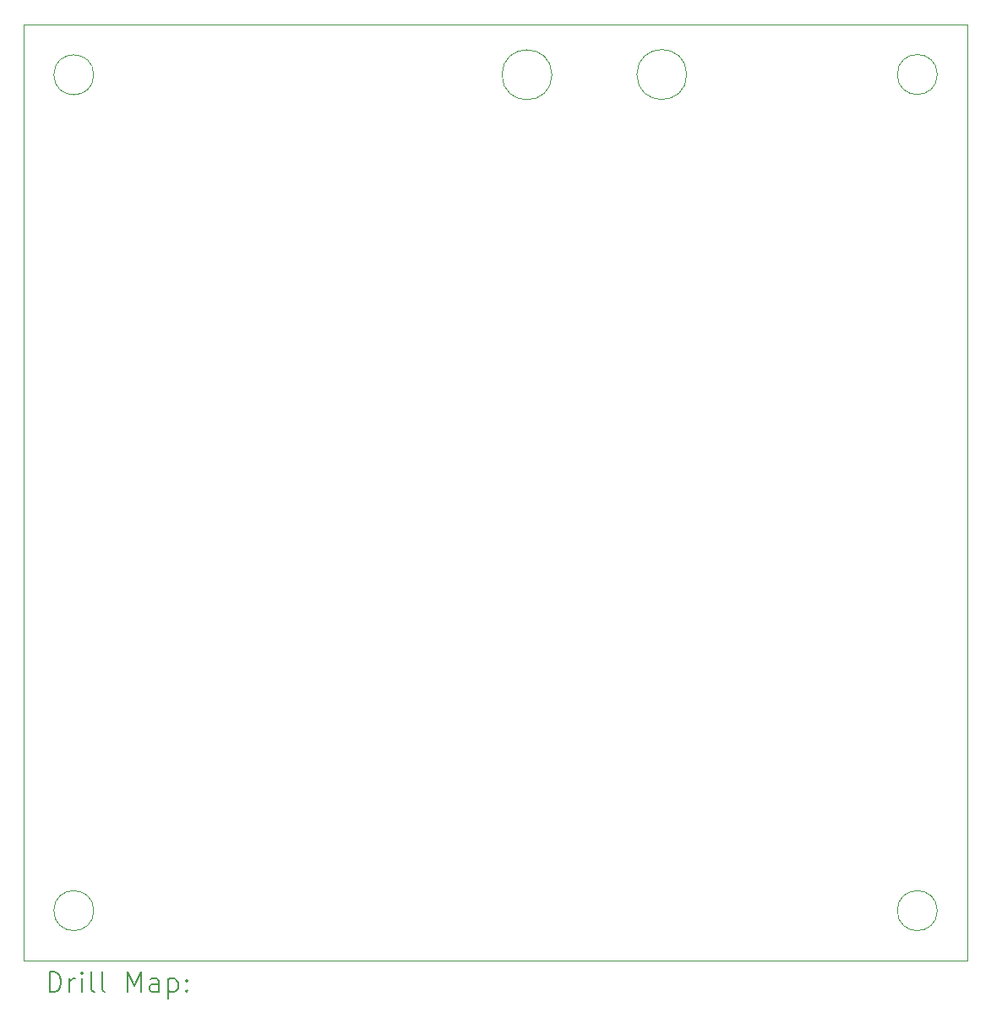
<source format=gbr>
%TF.GenerationSoftware,KiCad,Pcbnew,9.0.4*%
%TF.CreationDate,2025-09-25T22:35:42-06:00*%
%TF.ProjectId,Teensy_Controler,5465656e-7379-45f4-936f-6e74726f6c65,rev?*%
%TF.SameCoordinates,Original*%
%TF.FileFunction,Drillmap*%
%TF.FilePolarity,Positive*%
%FSLAX45Y45*%
G04 Gerber Fmt 4.5, Leading zero omitted, Abs format (unit mm)*
G04 Created by KiCad (PCBNEW 9.0.4) date 2025-09-25 22:35:42*
%MOMM*%
%LPD*%
G01*
G04 APERTURE LIST*
%ADD10C,0.050000*%
%ADD11C,0.200000*%
G04 APERTURE END LIST*
D10*
X15197900Y-4434840D02*
G75*
G02*
X14697900Y-4434840I-250000J0D01*
G01*
X14697900Y-4434840D02*
G75*
G02*
X15197900Y-4434840I250000J0D01*
G01*
X9255100Y-4437380D02*
G75*
G02*
X8855100Y-4437380I-200000J0D01*
G01*
X8855100Y-4437380D02*
G75*
G02*
X9255100Y-4437380I200000J0D01*
G01*
X17708220Y-12806680D02*
G75*
G02*
X17308220Y-12806680I-200000J0D01*
G01*
X17308220Y-12806680D02*
G75*
G02*
X17708220Y-12806680I200000J0D01*
G01*
X9255100Y-12806680D02*
G75*
G02*
X8855100Y-12806680I-200000J0D01*
G01*
X8855100Y-12806680D02*
G75*
G02*
X9255100Y-12806680I200000J0D01*
G01*
X8554720Y-3937000D02*
X18008600Y-3937000D01*
X18008600Y-13307060D01*
X8554720Y-13307060D01*
X8554720Y-3937000D01*
X13846620Y-4437380D02*
G75*
G02*
X13346620Y-4437380I-250000J0D01*
G01*
X13346620Y-4437380D02*
G75*
G02*
X13846620Y-4437380I250000J0D01*
G01*
X17708220Y-4434840D02*
G75*
G02*
X17308220Y-4434840I-200000J0D01*
G01*
X17308220Y-4434840D02*
G75*
G02*
X17708220Y-4434840I200000J0D01*
G01*
D11*
X8812997Y-13621044D02*
X8812997Y-13421044D01*
X8812997Y-13421044D02*
X8860616Y-13421044D01*
X8860616Y-13421044D02*
X8889187Y-13430568D01*
X8889187Y-13430568D02*
X8908235Y-13449615D01*
X8908235Y-13449615D02*
X8917759Y-13468663D01*
X8917759Y-13468663D02*
X8927283Y-13506758D01*
X8927283Y-13506758D02*
X8927283Y-13535329D01*
X8927283Y-13535329D02*
X8917759Y-13573425D01*
X8917759Y-13573425D02*
X8908235Y-13592472D01*
X8908235Y-13592472D02*
X8889187Y-13611520D01*
X8889187Y-13611520D02*
X8860616Y-13621044D01*
X8860616Y-13621044D02*
X8812997Y-13621044D01*
X9012997Y-13621044D02*
X9012997Y-13487710D01*
X9012997Y-13525806D02*
X9022521Y-13506758D01*
X9022521Y-13506758D02*
X9032044Y-13497234D01*
X9032044Y-13497234D02*
X9051092Y-13487710D01*
X9051092Y-13487710D02*
X9070140Y-13487710D01*
X9136806Y-13621044D02*
X9136806Y-13487710D01*
X9136806Y-13421044D02*
X9127283Y-13430568D01*
X9127283Y-13430568D02*
X9136806Y-13440091D01*
X9136806Y-13440091D02*
X9146330Y-13430568D01*
X9146330Y-13430568D02*
X9136806Y-13421044D01*
X9136806Y-13421044D02*
X9136806Y-13440091D01*
X9260616Y-13621044D02*
X9241568Y-13611520D01*
X9241568Y-13611520D02*
X9232044Y-13592472D01*
X9232044Y-13592472D02*
X9232044Y-13421044D01*
X9365378Y-13621044D02*
X9346330Y-13611520D01*
X9346330Y-13611520D02*
X9336806Y-13592472D01*
X9336806Y-13592472D02*
X9336806Y-13421044D01*
X9593949Y-13621044D02*
X9593949Y-13421044D01*
X9593949Y-13421044D02*
X9660616Y-13563901D01*
X9660616Y-13563901D02*
X9727283Y-13421044D01*
X9727283Y-13421044D02*
X9727283Y-13621044D01*
X9908235Y-13621044D02*
X9908235Y-13516282D01*
X9908235Y-13516282D02*
X9898711Y-13497234D01*
X9898711Y-13497234D02*
X9879664Y-13487710D01*
X9879664Y-13487710D02*
X9841568Y-13487710D01*
X9841568Y-13487710D02*
X9822521Y-13497234D01*
X9908235Y-13611520D02*
X9889187Y-13621044D01*
X9889187Y-13621044D02*
X9841568Y-13621044D01*
X9841568Y-13621044D02*
X9822521Y-13611520D01*
X9822521Y-13611520D02*
X9812997Y-13592472D01*
X9812997Y-13592472D02*
X9812997Y-13573425D01*
X9812997Y-13573425D02*
X9822521Y-13554377D01*
X9822521Y-13554377D02*
X9841568Y-13544853D01*
X9841568Y-13544853D02*
X9889187Y-13544853D01*
X9889187Y-13544853D02*
X9908235Y-13535329D01*
X10003473Y-13487710D02*
X10003473Y-13687710D01*
X10003473Y-13497234D02*
X10022521Y-13487710D01*
X10022521Y-13487710D02*
X10060616Y-13487710D01*
X10060616Y-13487710D02*
X10079664Y-13497234D01*
X10079664Y-13497234D02*
X10089187Y-13506758D01*
X10089187Y-13506758D02*
X10098711Y-13525806D01*
X10098711Y-13525806D02*
X10098711Y-13582948D01*
X10098711Y-13582948D02*
X10089187Y-13601996D01*
X10089187Y-13601996D02*
X10079664Y-13611520D01*
X10079664Y-13611520D02*
X10060616Y-13621044D01*
X10060616Y-13621044D02*
X10022521Y-13621044D01*
X10022521Y-13621044D02*
X10003473Y-13611520D01*
X10184425Y-13601996D02*
X10193949Y-13611520D01*
X10193949Y-13611520D02*
X10184425Y-13621044D01*
X10184425Y-13621044D02*
X10174902Y-13611520D01*
X10174902Y-13611520D02*
X10184425Y-13601996D01*
X10184425Y-13601996D02*
X10184425Y-13621044D01*
X10184425Y-13497234D02*
X10193949Y-13506758D01*
X10193949Y-13506758D02*
X10184425Y-13516282D01*
X10184425Y-13516282D02*
X10174902Y-13506758D01*
X10174902Y-13506758D02*
X10184425Y-13497234D01*
X10184425Y-13497234D02*
X10184425Y-13516282D01*
M02*

</source>
